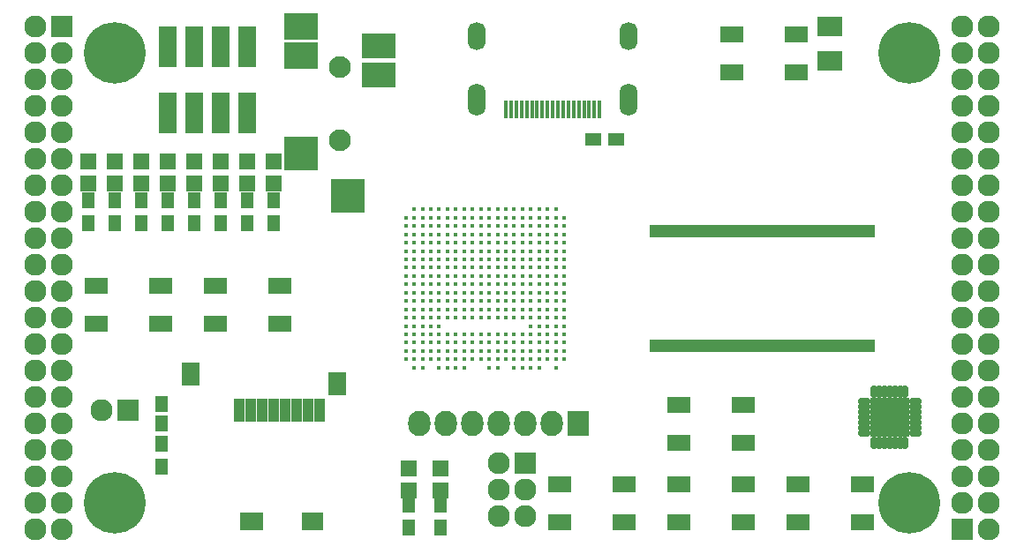
<source format=gts>
G04 #@! TF.FileFunction,Soldermask,Top*
%FSLAX46Y46*%
G04 Gerber Fmt 4.6, Leading zero omitted, Abs format (unit mm)*
G04 Created by KiCad (PCBNEW 4.0.5+dfsg1-4) date Thu Jul  6 11:20:48 2017*
%MOMM*%
%LPD*%
G01*
G04 APERTURE LIST*
%ADD10C,0.100000*%
%ADD11R,1.670000X4.000000*%
%ADD12C,0.430000*%
%ADD13R,2.432000X1.924000*%
%ADD14R,1.100000X2.200000*%
%ADD15R,2.000000X1.800000*%
%ADD16R,2.200000X1.800000*%
%ADD17R,1.800000X2.300000*%
%ADD18R,2.200000X1.500000*%
%ADD19R,1.598880X1.598880*%
%ADD20R,3.200000X2.600000*%
%ADD21R,3.200000X3.200000*%
%ADD22R,3.200000X2.400000*%
%ADD23C,2.100000*%
%ADD24R,0.960000X1.300000*%
%ADD25O,1.700000X3.100000*%
%ADD26O,1.700000X2.700000*%
%ADD27R,0.350000X1.700000*%
%ADD28R,2.127200X2.127200*%
%ADD29O,2.127200X2.127200*%
%ADD30C,5.900000*%
%ADD31R,1.600000X1.300000*%
%ADD32R,2.127200X2.432000*%
%ADD33O,2.127200X2.432000*%
%ADD34R,1.300000X1.600000*%
%ADD35R,1.150000X1.600000*%
%ADD36O,1.250000X0.700000*%
%ADD37O,0.700000X1.250000*%
%ADD38R,2.075000X2.075000*%
G04 APERTURE END LIST*
D10*
D11*
X108070000Y-70970000D03*
X110610000Y-70970000D03*
X113150000Y-70970000D03*
X115690000Y-70970000D03*
X115690000Y-64570000D03*
X113150000Y-64570000D03*
X110610000Y-64570000D03*
X108070000Y-64570000D03*
D12*
X131680000Y-80200000D03*
X132480000Y-80200000D03*
X133280000Y-80200000D03*
X134080000Y-80200000D03*
X134880000Y-80200000D03*
X135680000Y-80200000D03*
X136480000Y-80200000D03*
X137280000Y-80200000D03*
X138080000Y-80200000D03*
X138880000Y-80200000D03*
X139680000Y-80200000D03*
X140480000Y-80200000D03*
X141280000Y-80200000D03*
X142080000Y-80200000D03*
X142880000Y-80200000D03*
X143680000Y-80200000D03*
X144480000Y-80200000D03*
X145280000Y-80200000D03*
X130880000Y-81000000D03*
X131680000Y-81000000D03*
X132480000Y-81000000D03*
X133280000Y-81000000D03*
X134080000Y-81000000D03*
X134880000Y-81000000D03*
X135680000Y-81000000D03*
X136480000Y-81000000D03*
X137280000Y-81000000D03*
X138080000Y-81000000D03*
X138880000Y-81000000D03*
X139680000Y-81000000D03*
X140480000Y-81000000D03*
X141280000Y-81000000D03*
X142080000Y-81000000D03*
X142880000Y-81000000D03*
X143680000Y-81000000D03*
X144480000Y-81000000D03*
X145280000Y-81000000D03*
X146080000Y-81000000D03*
X130880000Y-81800000D03*
X131680000Y-81800000D03*
X132480000Y-81800000D03*
X133280000Y-81800000D03*
X134080000Y-81800000D03*
X134880000Y-81800000D03*
X135680000Y-81800000D03*
X136480000Y-81800000D03*
X137280000Y-81800000D03*
X138080000Y-81800000D03*
X138880000Y-81800000D03*
X139680000Y-81800000D03*
X140480000Y-81800000D03*
X141280000Y-81800000D03*
X142080000Y-81800000D03*
X142880000Y-81800000D03*
X143680000Y-81800000D03*
X144480000Y-81800000D03*
X145280000Y-81800000D03*
X146080000Y-81800000D03*
X130880000Y-82600000D03*
X131680000Y-82600000D03*
X132480000Y-82600000D03*
X133280000Y-82600000D03*
X134080000Y-82600000D03*
X134880000Y-82600000D03*
X135680000Y-82600000D03*
X136480000Y-82600000D03*
X137280000Y-82600000D03*
X138080000Y-82600000D03*
X138880000Y-82600000D03*
X139680000Y-82600000D03*
X140480000Y-82600000D03*
X141280000Y-82600000D03*
X142080000Y-82600000D03*
X142880000Y-82600000D03*
X143680000Y-82600000D03*
X144480000Y-82600000D03*
X145280000Y-82600000D03*
X146080000Y-82600000D03*
X130880000Y-83400000D03*
X131680000Y-83400000D03*
X132480000Y-83400000D03*
X133280000Y-83400000D03*
X134080000Y-83400000D03*
X134880000Y-83400000D03*
X135680000Y-83400000D03*
X136480000Y-83400000D03*
X137280000Y-83400000D03*
X138080000Y-83400000D03*
X138880000Y-83400000D03*
X139680000Y-83400000D03*
X140480000Y-83400000D03*
X141280000Y-83400000D03*
X142080000Y-83400000D03*
X142880000Y-83400000D03*
X143680000Y-83400000D03*
X144480000Y-83400000D03*
X145280000Y-83400000D03*
X146080000Y-83400000D03*
X130880000Y-84200000D03*
X131680000Y-84200000D03*
X132480000Y-84200000D03*
X133280000Y-84200000D03*
X134080000Y-84200000D03*
X134880000Y-84200000D03*
X135680000Y-84200000D03*
X136480000Y-84200000D03*
X137280000Y-84200000D03*
X138080000Y-84200000D03*
X138880000Y-84200000D03*
X139680000Y-84200000D03*
X140480000Y-84200000D03*
X141280000Y-84200000D03*
X142080000Y-84200000D03*
X142880000Y-84200000D03*
X143680000Y-84200000D03*
X144480000Y-84200000D03*
X145280000Y-84200000D03*
X146080000Y-84200000D03*
X130880000Y-85000000D03*
X131680000Y-85000000D03*
X132480000Y-85000000D03*
X133280000Y-85000000D03*
X134080000Y-85000000D03*
X134880000Y-85000000D03*
X135680000Y-85000000D03*
X136480000Y-85000000D03*
X137280000Y-85000000D03*
X138080000Y-85000000D03*
X138880000Y-85000000D03*
X139680000Y-85000000D03*
X140480000Y-85000000D03*
X141280000Y-85000000D03*
X142080000Y-85000000D03*
X142880000Y-85000000D03*
X143680000Y-85000000D03*
X144480000Y-85000000D03*
X145280000Y-85000000D03*
X146080000Y-85000000D03*
X130880000Y-85800000D03*
X131680000Y-85800000D03*
X132480000Y-85800000D03*
X133280000Y-85800000D03*
X134080000Y-85800000D03*
X134880000Y-85800000D03*
X135680000Y-85800000D03*
X136480000Y-85800000D03*
X137280000Y-85800000D03*
X138080000Y-85800000D03*
X138880000Y-85800000D03*
X139680000Y-85800000D03*
X140480000Y-85800000D03*
X141280000Y-85800000D03*
X142080000Y-85800000D03*
X142880000Y-85800000D03*
X143680000Y-85800000D03*
X144480000Y-85800000D03*
X145280000Y-85800000D03*
X146080000Y-85800000D03*
X130880000Y-86600000D03*
X131680000Y-86600000D03*
X132480000Y-86600000D03*
X133280000Y-86600000D03*
X134080000Y-86600000D03*
X134880000Y-86600000D03*
X135680000Y-86600000D03*
X136480000Y-86600000D03*
X137280000Y-86600000D03*
X138080000Y-86600000D03*
X138880000Y-86600000D03*
X139680000Y-86600000D03*
X140480000Y-86600000D03*
X141280000Y-86600000D03*
X142080000Y-86600000D03*
X142880000Y-86600000D03*
X143680000Y-86600000D03*
X144480000Y-86600000D03*
X145280000Y-86600000D03*
X146080000Y-86600000D03*
X130880000Y-87400000D03*
X131680000Y-87400000D03*
X132480000Y-87400000D03*
X133280000Y-87400000D03*
X134080000Y-87400000D03*
X134880000Y-87400000D03*
X135680000Y-87400000D03*
X136480000Y-87400000D03*
X137280000Y-87400000D03*
X138080000Y-87400000D03*
X138880000Y-87400000D03*
X139680000Y-87400000D03*
X140480000Y-87400000D03*
X141280000Y-87400000D03*
X142080000Y-87400000D03*
X142880000Y-87400000D03*
X143680000Y-87400000D03*
X144480000Y-87400000D03*
X145280000Y-87400000D03*
X146080000Y-87400000D03*
X130880000Y-88200000D03*
X131680000Y-88200000D03*
X132480000Y-88200000D03*
X133280000Y-88200000D03*
X134080000Y-88200000D03*
X134880000Y-88200000D03*
X135680000Y-88200000D03*
X136480000Y-88200000D03*
X137280000Y-88200000D03*
X138080000Y-88200000D03*
X138880000Y-88200000D03*
X139680000Y-88200000D03*
X140480000Y-88200000D03*
X141280000Y-88200000D03*
X142080000Y-88200000D03*
X142880000Y-88200000D03*
X143680000Y-88200000D03*
X144480000Y-88200000D03*
X145280000Y-88200000D03*
X146080000Y-88200000D03*
X130880000Y-89000000D03*
X131680000Y-89000000D03*
X132480000Y-89000000D03*
X133280000Y-89000000D03*
X134080000Y-89000000D03*
X134880000Y-89000000D03*
X135680000Y-89000000D03*
X136480000Y-89000000D03*
X137280000Y-89000000D03*
X138080000Y-89000000D03*
X138880000Y-89000000D03*
X139680000Y-89000000D03*
X140480000Y-89000000D03*
X141280000Y-89000000D03*
X142080000Y-89000000D03*
X142880000Y-89000000D03*
X143680000Y-89000000D03*
X144480000Y-89000000D03*
X145280000Y-89000000D03*
X146080000Y-89000000D03*
X130880000Y-89800000D03*
X131680000Y-89800000D03*
X132480000Y-89800000D03*
X133280000Y-89800000D03*
X134080000Y-89800000D03*
X134880000Y-89800000D03*
X135680000Y-89800000D03*
X136480000Y-89800000D03*
X137280000Y-89800000D03*
X138080000Y-89800000D03*
X138880000Y-89800000D03*
X139680000Y-89800000D03*
X140480000Y-89800000D03*
X141280000Y-89800000D03*
X142080000Y-89800000D03*
X142880000Y-89800000D03*
X143680000Y-89800000D03*
X144480000Y-89800000D03*
X145280000Y-89800000D03*
X146080000Y-89800000D03*
X130880000Y-90600000D03*
X131680000Y-90600000D03*
X132480000Y-90600000D03*
X133280000Y-90600000D03*
X134080000Y-90600000D03*
X134880000Y-90600000D03*
X135680000Y-90600000D03*
X136480000Y-90600000D03*
X137280000Y-90600000D03*
X138080000Y-90600000D03*
X138880000Y-90600000D03*
X139680000Y-90600000D03*
X140480000Y-90600000D03*
X141280000Y-90600000D03*
X142080000Y-90600000D03*
X142880000Y-90600000D03*
X143680000Y-90600000D03*
X144480000Y-90600000D03*
X145280000Y-90600000D03*
X146080000Y-90600000D03*
X130880000Y-91400000D03*
X131680000Y-91400000D03*
X132480000Y-91400000D03*
X133280000Y-91400000D03*
X134080000Y-91400000D03*
X142880000Y-91400000D03*
X143680000Y-91400000D03*
X144480000Y-91400000D03*
X145280000Y-91400000D03*
X146080000Y-91400000D03*
X130880000Y-92200000D03*
X131680000Y-92200000D03*
X132480000Y-92200000D03*
X133280000Y-92200000D03*
X134080000Y-92200000D03*
X134880000Y-92200000D03*
X135680000Y-92200000D03*
X136480000Y-92200000D03*
X137280000Y-92200000D03*
X138080000Y-92200000D03*
X138880000Y-92200000D03*
X139680000Y-92200000D03*
X140480000Y-92200000D03*
X141280000Y-92200000D03*
X142080000Y-92200000D03*
X142880000Y-92200000D03*
X143680000Y-92200000D03*
X144480000Y-92200000D03*
X145280000Y-92200000D03*
X146080000Y-92200000D03*
X130880000Y-93000000D03*
X131680000Y-93000000D03*
X132480000Y-93000000D03*
X133280000Y-93000000D03*
X134080000Y-93000000D03*
X134880000Y-93000000D03*
X135680000Y-93000000D03*
X136480000Y-93000000D03*
X137280000Y-93000000D03*
X138080000Y-93000000D03*
X138880000Y-93000000D03*
X139680000Y-93000000D03*
X140480000Y-93000000D03*
X141280000Y-93000000D03*
X142080000Y-93000000D03*
X142880000Y-93000000D03*
X143680000Y-93000000D03*
X144480000Y-93000000D03*
X145280000Y-93000000D03*
X146080000Y-93000000D03*
X130880000Y-93800000D03*
X131680000Y-93800000D03*
X132480000Y-93800000D03*
X133280000Y-93800000D03*
X134080000Y-93800000D03*
X134880000Y-93800000D03*
X135680000Y-93800000D03*
X136480000Y-93800000D03*
X137280000Y-93800000D03*
X138080000Y-93800000D03*
X138880000Y-93800000D03*
X139680000Y-93800000D03*
X140480000Y-93800000D03*
X141280000Y-93800000D03*
X142080000Y-93800000D03*
X142880000Y-93800000D03*
X143680000Y-93800000D03*
X144480000Y-93800000D03*
X145280000Y-93800000D03*
X146080000Y-93800000D03*
X130880000Y-94600000D03*
X131680000Y-94600000D03*
X132480000Y-94600000D03*
X133280000Y-94600000D03*
X134080000Y-94600000D03*
X134880000Y-94600000D03*
X135680000Y-94600000D03*
X136480000Y-94600000D03*
X137280000Y-94600000D03*
X138080000Y-94600000D03*
X138880000Y-94600000D03*
X139680000Y-94600000D03*
X140480000Y-94600000D03*
X141280000Y-94600000D03*
X142080000Y-94600000D03*
X142880000Y-94600000D03*
X143680000Y-94600000D03*
X144480000Y-94600000D03*
X145280000Y-94600000D03*
X146080000Y-94600000D03*
X131680000Y-95400000D03*
X132480000Y-95400000D03*
X134080000Y-95400000D03*
X134880000Y-95400000D03*
X135680000Y-95400000D03*
X136480000Y-95400000D03*
X138880000Y-95400000D03*
X139680000Y-95400000D03*
X141280000Y-95400000D03*
X142080000Y-95400000D03*
X142880000Y-95400000D03*
X143680000Y-95400000D03*
X145280000Y-95400000D03*
D13*
X171570000Y-65992000D03*
X171570000Y-62690000D03*
D14*
X114930000Y-99520000D03*
X116030000Y-99520000D03*
X117130000Y-99520000D03*
X118230000Y-99520000D03*
X119330000Y-99520000D03*
X120430000Y-99520000D03*
X121530000Y-99520000D03*
X122630000Y-99520000D03*
D15*
X121920000Y-110120000D03*
D16*
X116120000Y-110120000D03*
D17*
X124320000Y-96970000D03*
X110270000Y-95970000D03*
D18*
X101160000Y-87510000D03*
X107360000Y-87510000D03*
X101160000Y-91210000D03*
X107360000Y-91210000D03*
X112590000Y-87510000D03*
X118790000Y-87510000D03*
X112590000Y-91210000D03*
X118790000Y-91210000D03*
X157040000Y-98940000D03*
X163240000Y-98940000D03*
X157040000Y-102640000D03*
X163240000Y-102640000D03*
X163240000Y-110260000D03*
X157040000Y-110260000D03*
X163240000Y-106560000D03*
X157040000Y-106560000D03*
X151810000Y-110260000D03*
X145610000Y-110260000D03*
X151810000Y-106560000D03*
X145610000Y-106560000D03*
X174670000Y-110260000D03*
X168470000Y-110260000D03*
X174670000Y-106560000D03*
X168470000Y-106560000D03*
D19*
X118230000Y-77709020D03*
X118230000Y-75610980D03*
X115690000Y-77709020D03*
X115690000Y-75610980D03*
X113150000Y-77709020D03*
X113150000Y-75610980D03*
X110610000Y-77709020D03*
X110610000Y-75610980D03*
X108070000Y-77709020D03*
X108070000Y-75610980D03*
X105530000Y-77709020D03*
X105530000Y-75610980D03*
X102990000Y-77709020D03*
X102990000Y-75610980D03*
X100450000Y-77709020D03*
X100450000Y-75610980D03*
D20*
X120880000Y-62640000D03*
X120880000Y-65440000D03*
D21*
X120880000Y-74840000D03*
X125330000Y-78940000D03*
D22*
X128280000Y-67340000D03*
X128280000Y-64540000D03*
D23*
X124580000Y-66540000D03*
X124580000Y-73540000D03*
D24*
X175480000Y-82270000D03*
X154680000Y-93330000D03*
X155480000Y-93330000D03*
X156280000Y-93330000D03*
X157080000Y-93330000D03*
X157880000Y-93330000D03*
X158680000Y-93330000D03*
X159480000Y-93330000D03*
X160280000Y-93330000D03*
X161080000Y-93330000D03*
X161880000Y-93330000D03*
X162680000Y-93330000D03*
X163480000Y-93330000D03*
X164280000Y-93330000D03*
X165080000Y-93330000D03*
X165880000Y-93330000D03*
X166680000Y-93330000D03*
X167480000Y-93330000D03*
X168280000Y-93330000D03*
X169080000Y-93330000D03*
X169880000Y-93330000D03*
X170680000Y-93330000D03*
X171480000Y-93330000D03*
X172280000Y-93330000D03*
X173080000Y-93330000D03*
X173880000Y-93330000D03*
X174680000Y-93330000D03*
X175480000Y-93330000D03*
X174680000Y-82270000D03*
X173880000Y-82270000D03*
X173080000Y-82270000D03*
X172280000Y-82270000D03*
X171480000Y-82270000D03*
X170680000Y-82270000D03*
X169880000Y-82270000D03*
X169080000Y-82270000D03*
X168280000Y-82270000D03*
X167480000Y-82270000D03*
X166680000Y-82270000D03*
X165880000Y-82270000D03*
X165080000Y-82270000D03*
X164280000Y-82270000D03*
X163480000Y-82270000D03*
X162680000Y-82270000D03*
X161880000Y-82270000D03*
X161080000Y-82270000D03*
X160280000Y-82270000D03*
X159480000Y-82270000D03*
X158680000Y-82270000D03*
X157880000Y-82270000D03*
X157080000Y-82270000D03*
X156280000Y-82270000D03*
X155480000Y-82270000D03*
X154680000Y-82270000D03*
D25*
X152280000Y-69650000D03*
X137680000Y-69650000D03*
D26*
X137680000Y-63600000D03*
D27*
X140480000Y-70600000D03*
X140980000Y-70600000D03*
X141480000Y-70600000D03*
X141980000Y-70600000D03*
X142480000Y-70600000D03*
X142980000Y-70600000D03*
X143480000Y-70600000D03*
X143980000Y-70600000D03*
X144480000Y-70600000D03*
X144980000Y-70600000D03*
X145480000Y-70600000D03*
X145980000Y-70600000D03*
X146480000Y-70600000D03*
X146980000Y-70600000D03*
X147480000Y-70600000D03*
X147980000Y-70600000D03*
X148480000Y-70600000D03*
X148980000Y-70600000D03*
X149480000Y-70600000D03*
D26*
X152280000Y-63600000D03*
D28*
X97910000Y-62690000D03*
D29*
X95370000Y-62690000D03*
X97910000Y-65230000D03*
X95370000Y-65230000D03*
X97910000Y-67770000D03*
X95370000Y-67770000D03*
X97910000Y-70310000D03*
X95370000Y-70310000D03*
X97910000Y-72850000D03*
X95370000Y-72850000D03*
X97910000Y-75390000D03*
X95370000Y-75390000D03*
X97910000Y-77930000D03*
X95370000Y-77930000D03*
X97910000Y-80470000D03*
X95370000Y-80470000D03*
X97910000Y-83010000D03*
X95370000Y-83010000D03*
X97910000Y-85550000D03*
X95370000Y-85550000D03*
X97910000Y-88090000D03*
X95370000Y-88090000D03*
X97910000Y-90630000D03*
X95370000Y-90630000D03*
X97910000Y-93170000D03*
X95370000Y-93170000D03*
X97910000Y-95710000D03*
X95370000Y-95710000D03*
X97910000Y-98250000D03*
X95370000Y-98250000D03*
X97910000Y-100790000D03*
X95370000Y-100790000D03*
X97910000Y-103330000D03*
X95370000Y-103330000D03*
X97910000Y-105870000D03*
X95370000Y-105870000D03*
X97910000Y-108410000D03*
X95370000Y-108410000D03*
X97910000Y-110950000D03*
X95370000Y-110950000D03*
D28*
X184270000Y-110950000D03*
D29*
X186810000Y-110950000D03*
X184270000Y-108410000D03*
X186810000Y-108410000D03*
X184270000Y-105870000D03*
X186810000Y-105870000D03*
X184270000Y-103330000D03*
X186810000Y-103330000D03*
X184270000Y-100790000D03*
X186810000Y-100790000D03*
X184270000Y-98250000D03*
X186810000Y-98250000D03*
X184270000Y-95710000D03*
X186810000Y-95710000D03*
X184270000Y-93170000D03*
X186810000Y-93170000D03*
X184270000Y-90630000D03*
X186810000Y-90630000D03*
X184270000Y-88090000D03*
X186810000Y-88090000D03*
X184270000Y-85550000D03*
X186810000Y-85550000D03*
X184270000Y-83010000D03*
X186810000Y-83010000D03*
X184270000Y-80470000D03*
X186810000Y-80470000D03*
X184270000Y-77930000D03*
X186810000Y-77930000D03*
X184270000Y-75390000D03*
X186810000Y-75390000D03*
X184270000Y-72850000D03*
X186810000Y-72850000D03*
X184270000Y-70310000D03*
X186810000Y-70310000D03*
X184270000Y-67770000D03*
X186810000Y-67770000D03*
X184270000Y-65230000D03*
X186810000Y-65230000D03*
X184270000Y-62690000D03*
X186810000Y-62690000D03*
D30*
X102990000Y-108410000D03*
X179190000Y-108410000D03*
X179190000Y-65230000D03*
X102990000Y-65230000D03*
D18*
X168320000Y-67080000D03*
X162120000Y-67080000D03*
X168320000Y-63380000D03*
X162120000Y-63380000D03*
D31*
X151080000Y-73485000D03*
X148880000Y-73485000D03*
D28*
X104260000Y-99520000D03*
D29*
X101720000Y-99520000D03*
D32*
X147440000Y-100790000D03*
D33*
X144900000Y-100790000D03*
X142360000Y-100790000D03*
X139820000Y-100790000D03*
X137280000Y-100790000D03*
X134740000Y-100790000D03*
X132200000Y-100790000D03*
D19*
X131184000Y-105074980D03*
X131184000Y-107173020D03*
X134232000Y-107173020D03*
X134232000Y-105074980D03*
D34*
X131184000Y-108580000D03*
X131184000Y-110780000D03*
X134232000Y-110780000D03*
X134232000Y-108580000D03*
D35*
X107480000Y-100750000D03*
X107480000Y-98850000D03*
D34*
X107480000Y-102700000D03*
X107480000Y-104900000D03*
D28*
X142360000Y-104600000D03*
D29*
X139820000Y-104600000D03*
X142360000Y-107140000D03*
X139820000Y-107140000D03*
X142360000Y-109680000D03*
X139820000Y-109680000D03*
D34*
X118230000Y-81570000D03*
X118230000Y-79370000D03*
X115690000Y-81570000D03*
X115690000Y-79370000D03*
X113150000Y-81570000D03*
X113150000Y-79370000D03*
X110610000Y-81570000D03*
X110610000Y-79370000D03*
X108070000Y-81570000D03*
X108070000Y-79370000D03*
X105530000Y-81570000D03*
X105530000Y-79370000D03*
X102990000Y-81570000D03*
X102990000Y-79370000D03*
X100450000Y-81570000D03*
X100450000Y-79370000D03*
D36*
X179735000Y-101655000D03*
X179735000Y-101155000D03*
X179735000Y-100655000D03*
X179735000Y-100155000D03*
X179735000Y-99655000D03*
X179735000Y-99155000D03*
X179735000Y-98655000D03*
D37*
X178785000Y-97705000D03*
X178285000Y-97705000D03*
X177785000Y-97705000D03*
X177285000Y-97705000D03*
X176785000Y-97705000D03*
X176285000Y-97705000D03*
X175785000Y-97705000D03*
D36*
X174835000Y-98655000D03*
X174835000Y-99155000D03*
X174835000Y-99655000D03*
X174835000Y-100155000D03*
X174835000Y-100655000D03*
X174835000Y-101155000D03*
X174835000Y-101655000D03*
D37*
X175785000Y-102605000D03*
X176285000Y-102605000D03*
X176785000Y-102605000D03*
X177285000Y-102605000D03*
X177785000Y-102605000D03*
X178285000Y-102605000D03*
X178785000Y-102605000D03*
D38*
X176447500Y-99317500D03*
X176447500Y-100992500D03*
X178122500Y-99317500D03*
X178122500Y-100992500D03*
M02*

</source>
